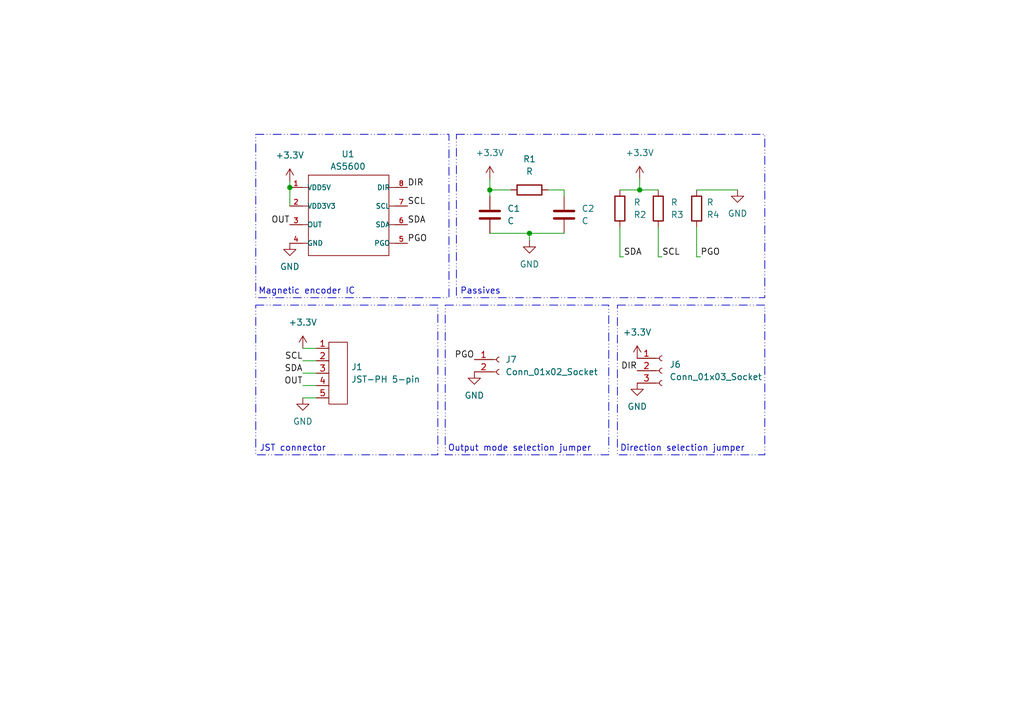
<source format=kicad_sch>
(kicad_sch (version 20231120) (generator "eeschema") (generator_version "8.0")
  (paper "A5")
  (title_block (title "AS5600 Magnetic Encoder Sensor Board") (date "2/13/2024") (rev "1") (comment 1 "Component numbers match donor board") (comment 2 "Uses a generic white AS5600 breakout board as a donor"))
  (lib_symbols
    (symbol "AS5600:AS5600" (pin_names (offset 1.016))
      (property "Reference" "U" (at -7.62 10.16 0))
      (property "Value" "AS5600" (at -7.62 8.89 0))
      (symbol "AS5600_0_0"
        (polyline (pts (xy -7.62 -7.62) (xy -7.62 -5.08)) (stroke (width 0.1524)))
        (polyline (pts (xy -7.62 -5.08) (xy -8.89 -5.08)) (stroke (width 0.1524)))
        (polyline (pts (xy -7.62 -5.08) (xy -7.62 -1.27)) (stroke (width 0.1524)))
        (polyline (pts (xy -7.62 -1.27) (xy -8.89 -1.27)) (stroke (width 0.1524)))
        (polyline (pts (xy -7.62 -1.27) (xy -7.62 2.54)) (stroke (width 0.1524)))
        (polyline (pts (xy -7.62 2.54) (xy -8.89 2.54)) (stroke (width 0.1524)))
        (polyline (pts (xy -7.62 2.54) (xy -7.62 6.35)) (stroke (width 0.1524)))
        (polyline (pts (xy -7.62 6.35) (xy -8.89 6.35)) (stroke (width 0.1524)))
        (polyline (pts (xy -7.62 6.35) (xy -7.62 8.89)) (stroke (width 0.1524)))
        (polyline (pts (xy -7.62 8.89) (xy 8.89 8.89)) (stroke (width 0.1524)))
        (polyline (pts (xy 8.89 -7.62) (xy -7.62 -7.62)) (stroke (width 0.1524)))
        (polyline (pts (xy 8.89 -5.08) (xy 8.89 -7.62)) (stroke (width 0.1524)))
        (polyline (pts (xy 8.89 -1.27) (xy 8.89 -5.08)) (stroke (width 0.1524)))
        (polyline (pts (xy 8.89 2.54) (xy 8.89 -1.27)) (stroke (width 0.1524)))
        (polyline (pts (xy 8.89 6.35) (xy 8.89 2.54)) (stroke (width 0.1524)))
        (polyline (pts (xy 8.89 8.89) (xy 8.89 6.35)) (stroke (width 0.1524)))
        (polyline (pts (xy 10.16 -5.08) (xy 8.89 -5.08)) (stroke (width 0.1524)))
        (polyline (pts (xy 10.16 -1.27) (xy 8.89 -1.27)) (stroke (width 0.1524)))
        (polyline (pts (xy 10.16 2.54) (xy 8.89 2.54)) (stroke (width 0.1524)))
        (polyline (pts (xy 10.16 6.35) (xy 8.89 6.35)) (stroke (width 0.1524)))
        (pin bidirectional line (at -11.43 6.35 0) (length 2.54) (name "VDD5V") (number "1"))
        (pin bidirectional line (at -11.43 2.54 0) (length 2.54) (name "VDD3V3") (number "2"))
        (pin bidirectional line (at -11.43 -1.27 0) (length 2.54) (name "OUT") (number "3"))
        (pin bidirectional line (at -11.43 -5.08 0) (length 2.54) (name "GND") (number "4"))
        (pin bidirectional line (at 12.7 -5.08 180) (length 2.54) (name "PGO") (number "5"))
        (pin bidirectional line (at 12.7 -1.27 180) (length 2.54) (name "SDA") (number "6"))
        (pin bidirectional line (at 12.7 2.54 180) (length 2.54) (name "SCL") (number "7"))
        (pin bidirectional line (at 12.7 6.35 180) (length 2.54) (name "DIR") (number "8"))
      )
    )
    (symbol "Connector:Conn_01x02_Socket" (pin_names (offset 1.016) hide)
      (property "Reference" "J" (at 0 2.54 0))
      (property "Value" "Conn_01x02_Socket" (at 0 -5.08 0))
      (symbol "Conn_01x02_Socket_1_1"
        (arc (start 0 -2.032) (mid -0.5058 -2.54) (end 0 -3.048) (stroke (width 0.1524)))
        (polyline (pts (xy -1.27 -2.54) (xy -0.508 -2.54)) (stroke (width 0.1524)))
        (polyline (pts (xy -1.27 0) (xy -0.508 0)) (stroke (width 0.1524)))
        (arc (start 0 0.508) (mid -0.5058 0) (end 0 -0.508) (stroke (width 0.1524)))
        (pin passive line (at -5.08 0 0) (length 3.81) (name "Pin_1") (number "1"))
        (pin passive line (at -5.08 -2.54 0) (length 3.81) (name "Pin_2") (number "2"))
      )
    )
    (symbol "Connector:Conn_01x03_Socket" (pin_names (offset 1.016) hide)
      (property "Reference" "J" (at 0 5.08 0))
      (property "Value" "Conn_01x03_Socket" (at 0 -5.08 0))
      (symbol "Conn_01x03_Socket_1_1"
        (arc (start 0 -2.032) (mid -0.5058 -2.54) (end 0 -3.048) (stroke (width 0.1524)))
        (polyline (pts (xy -1.27 -2.54) (xy -0.508 -2.54)) (stroke (width 0.1524)))
        (polyline (pts (xy -1.27 0) (xy -0.508 0)) (stroke (width 0.1524)))
        (polyline (pts (xy -1.27 2.54) (xy -0.508 2.54)) (stroke (width 0.1524)))
        (arc (start 0 0.508) (mid -0.5058 0) (end 0 -0.508) (stroke (width 0.1524)))
        (arc (start 0 3.048) (mid -0.5058 2.54) (end 0 2.032) (stroke (width 0.1524)))
        (pin passive line (at -5.08 2.54 0) (length 3.81) (name "Pin_1") (number "1"))
        (pin passive line (at -5.08 0 0) (length 3.81) (name "Pin_2") (number "2"))
        (pin passive line (at -5.08 -2.54 0) (length 3.81) (name "Pin_3") (number "3"))
      )
    )
    (symbol "Device:C" (pin_numbers hide) (pin_names (offset 0.254))
      (property "Reference" "C" (at 0.635 2.54 0))
      (property "Value" "C" (at 0.635 -2.54 0))
      (symbol "C_0_1"
        (polyline (pts (xy -2.032 -0.762) (xy 2.032 -0.762)) (stroke (width 0.508)))
        (polyline (pts (xy -2.032 0.762) (xy 2.032 0.762)) (stroke (width 0.508)))
      )
      (symbol "C_1_1"
        (pin passive line (at 0 3.81 270) (length 2.794) (name "~") (number "1"))
        (pin passive line (at 0 -3.81 90) (length 2.794) (name "~") (number "2"))
      )
    )
    (symbol "Device:R" (pin_numbers hide) (pin_names (offset 0))
      (property "Reference" "R" (at 2.032 0 90))
      (property "Value" "R" (at 0 0 90))
      (symbol "R_0_1"
        (rectangle (start -1.016 -2.54) (end 1.016 2.54) (stroke (width 0.254)))
      )
      (symbol "R_1_1"
        (pin passive line (at 0 3.81 270) (length 1.27) (name "~") (number "1"))
        (pin passive line (at 0 -3.81 90) (length 1.27) (name "~") (number "2"))
      )
    )
    (symbol "JST_5pin_1"
      (property "Reference" "J" (at 5.08 5.08 0))
      (property "Value" "JST-PH 5-pin" (at 11.43 2.54 0))
      (symbol "JST_5pin_1_0_0"
        (text "" (at -2.54 -2.54 0) (effects (font (size 1.27 1.27))))
      )
      (symbol "JST_5pin_1_0_1"
        (rectangle (start 0 6.35) (end 3.81 -6.35))
      )
      (symbol "JST_5pin_1_1_1"
        (pin input line (at -2.54 5.08 0) (length 2.54) (name "") (number "1"))
        (pin input line (at -2.54 2.54 0) (length 2.54) (name "") (number "2"))
        (pin input line (at -2.54 0 0) (length 2.54) (name "") (number "3"))
        (pin input line (at -2.54 -2.54 0) (length 2.54) (name "") (number "4"))
        (pin input line (at -2.54 -5.08 0) (length 2.54) (name "") (number "5"))
      )
    )
    (symbol "power:+3.3V" (power) (pin_names (offset 0))
      (property "Value" "+3.3V" (at 0 3.556 0))
      (symbol "+3.3V_0_1"
        (polyline (pts (xy -0.762 1.27) (xy 0 2.54)))
        (polyline (pts (xy 0 0) (xy 0 2.54)))
        (polyline (pts (xy 0 2.54) (xy 0.762 1.27)))
      )
      (symbol "+3.3V_1_1"
        (pin power_in line (at 0 0 90) (length 0) hide (name "+3.3V") (number "1"))
      )
    )
    (symbol "power:GND" (power) (pin_names (offset 0))
      (property "Value" "GND" (at 0 -3.81 0))
      (symbol "GND_0_1"
        (polyline (pts (xy 0 0) (xy 0 -1.27) (xy 1.27 -1.27) (xy 0 -2.54) (xy -1.27 -1.27) (xy 0 -1.27)))
      )
      (symbol "GND_1_1"
        (pin power_in line (at 0 0 270) (length 0) hide (name "GND") (number "1"))
      )
    )
  )
  (junction (at 100.457 38.989))
  (junction (at 131.191 38.989))
  (junction (at 59.436 38.481))
  (junction (at 108.585 47.879))
  (wire (pts (xy 62.103 76.581) (xy 64.897 76.581)))
  (wire (pts (xy 62.103 74.041) (xy 64.897 74.041)))
  (wire (pts (xy 142.875 38.989) (xy 151.257 38.989)))
  (wire (pts (xy 143.637 52.705) (xy 142.875 52.705)))
  (wire (pts (xy 142.875 52.705) (xy 142.875 46.609)))
  (wire (pts (xy 127.127 38.989) (xy 131.191 38.989)))
  (wire (pts (xy 62.103 81.661) (xy 64.897 81.661)))
  (wire (pts (xy 131.191 38.989) (xy 135.001 38.989)))
  (wire (pts (xy 135.763 52.705) (xy 135.001 52.705)))
  (wire (pts (xy 108.585 47.879) (xy 115.697 47.879)))
  (wire (pts (xy 115.697 38.989) (xy 115.697 40.259)))
  (wire (pts (xy 108.585 49.403) (xy 108.585 47.879)))
  (wire (pts (xy 100.457 38.989) (xy 104.775 38.989)))
  (wire (pts (xy 59.436 37.211) (xy 59.436 38.481)))
  (wire (pts (xy 135.001 52.705) (xy 135.001 46.609)))
  (wire (pts (xy 100.457 36.703) (xy 100.457 38.989)))
  (wire (pts (xy 127.889 52.705) (xy 127.127 52.705)))
  (wire (pts (xy 100.457 38.989) (xy 100.457 40.259)))
  (wire (pts (xy 115.697 38.989) (xy 112.395 38.989)))
  (wire (pts (xy 59.436 38.481) (xy 59.436 42.291)))
  (wire (pts (xy 127.127 52.705) (xy 127.127 46.609)))
  (wire (pts (xy 62.103 71.501) (xy 64.897 71.501)))
  (wire (pts (xy 131.191 36.703) (xy 131.191 38.989)))
  (wire (pts (xy 108.585 47.879) (xy 100.457 47.879)))
  (wire (pts (xy 62.103 79.121) (xy 64.897 79.121)))
  (rectangle (start 52.451 62.611) (end 89.789 93.345) (stroke (width 0) (type dash_dot_dot)))
  (rectangle (start 126.619 62.611) (end 156.845 93.345) (stroke (width 0) (type dash_dot_dot)))
  (rectangle (start 93.599 27.559) (end 156.845 61.087) (stroke (width 0) (type dash_dot_dot)))
  (rectangle (start 52.451 27.559) (end 92.075 61.087) (stroke (width 0) (type dash_dot_dot)))
  (rectangle (start 91.313 62.611) (end 124.841 93.345) (stroke (width 0) (type dash_dot_dot)))
  (text "Magnetic encoder IC" (at 52.959 60.579 0) (effects (font (size 1.27 1.27)) (justify left bottom)))
  (text "Direction selection jumper" (at 127.127 92.837 0) (effects (font (size 1.27 1.27)) (justify left bottom)))
  (text "JST connector" (at 53.213 92.837 0) (effects (font (size 1.27 1.27)) (justify left bottom)))
  (text "Passives" (at 94.361 60.579 0) (effects (font (size 1.27 1.27)) (justify left bottom)))
  (text "Output mode selection jumper" (at 91.821 92.837 0) (effects (font (size 1.27 1.27)) (justify left bottom)))
  (label "DIR" (at 83.566 38.481 0))
  (label "DIR" (at 130.683 76.073 180))
  (label "SCL" (at 135.763 52.705 0))
  (label "SCL" (at 83.566 42.291 0))
  (label "PGO" (at 83.566 49.911 0))
  (label "OUT" (at 62.103 79.121 180))
  (label "SDA" (at 83.566 46.101 0))
  (label "SDA" (at 62.103 76.581 180))
  (label "PGO" (at 97.282 73.787 180))
  (label "PGO" (at 143.637 52.705 0))
  (label "SCL" (at 62.103 74.041 180))
  (label "SDA" (at 127.889 52.705 0))
  (label "OUT" (at 59.436 46.101 180))
  (symbol (lib_id "power:GND") (at 130.683 78.613 0) (unit 1)
    (property "Reference" "#PWR08" (effects (hide yes)))
    (property "Value" "GND" (at 130.683 83.439 0))
  )
  (symbol (lib_id "Device:C") (at 115.697 44.069 0) (unit 1)
    (property "Reference" "C2" (at 119.253 42.799 0) (effects (justify left)))
    (property "Value" "C" (at 119.253 45.339 0) (effects (justify left)))
    (property "Footprint" "Capacitor_SMD:C_0603_1608Metric" (effects (hide yes)))
  )
  (symbol (lib_id "power:+3.3V") (at 131.191 36.703 0) (unit 1)
    (property "Reference" "#PWR03" (effects (hide yes)))
    (property "Value" "+3.3V" (at 131.191 31.369 0))
  )
  (symbol (lib_id "power:GND") (at 151.257 38.989 0) (unit 1)
    (property "Reference" "#PWR04" (effects (hide yes)))
    (property "Value" "GND" (at 151.257 43.815 0))
  )
  (symbol (lib_id "power:GND") (at 108.585 49.403 0) (unit 1)
    (property "Reference" "#PWR06" (effects (hide yes)))
    (property "Value" "GND" (at 108.585 54.229 0))
  )
  (symbol (lib_id "power:+3.3V") (at 59.436 37.211 0) (unit 1)
    (property "Reference" "#PWR02" (effects (hide yes)))
    (property "Value" "+3.3V" (at 59.436 31.877 0))
  )
  (symbol (lib_id "power:+3.3V") (at 100.457 36.703 0) (unit 1)
    (property "Reference" "#PWR05" (effects (hide yes)))
    (property "Value" "+3.3V" (at 100.457 31.369 0))
  )
  (symbol (lib_id "Device:R") (at 142.875 42.799 0) (mirror x) (unit 1)
    (property "Reference" "R4" (at 144.907 44.069 0) (effects (justify left)))
    (property "Value" "R" (at 144.907 41.529 0) (effects (justify left)))
    (property "Footprint" "Resistor_SMD:R_0603_1608Metric" (effects (hide yes)))
  )
  (symbol (lib_id "Device:R") (at 127.127 42.799 0) (mirror x) (unit 1)
    (property "Reference" "R2" (at 129.921 44.069 0) (effects (justify left)))
    (property "Value" "R" (at 129.921 41.529 0) (effects (justify left)))
    (property "Footprint" "Resistor_SMD:R_0603_1608Metric" (effects (hide yes)))
  )
  (symbol (lib_id "Device:C") (at 100.457 44.069 0) (unit 1)
    (property "Reference" "C1" (at 104.013 42.799 0) (effects (justify left)))
    (property "Value" "C" (at 104.013 45.339 0) (effects (justify left)))
    (property "Footprint" "Capacitor_SMD:C_0603_1608Metric" (effects (hide yes)))
  )
  (symbol (lib_id "power:GND") (at 59.436 49.911 0) (unit 1)
    (property "Reference" "#PWR01" (effects (hide yes)))
    (property "Value" "GND" (at 59.436 54.737 0))
  )
  (symbol (lib_id "power:+3.3V") (at 62.103 71.501 0) (unit 1)
    (property "Reference" "#PWR012" (effects (hide yes)))
    (property "Value" "+3.3V" (at 62.103 66.167 0))
  )
  (symbol (lib_id "power:+3.3V") (at 130.683 73.533 0) (unit 1)
    (property "Reference" "#PWR07" (effects (hide yes)))
    (property "Value" "+3.3V" (at 130.683 68.199 0))
  )
  (symbol (lib_id "Device:R") (at 135.001 42.799 0) (mirror x) (unit 1)
    (property "Reference" "R3" (at 137.541 44.069 0) (effects (justify left)))
    (property "Value" "R" (at 137.541 41.529 0) (effects (justify left)))
    (property "Footprint" "Resistor_SMD:R_0603_1608Metric" (effects (hide yes)))
  )
  (symbol (lib_id "power:GND") (at 62.103 81.661 0) (unit 1)
    (property "Reference" "#PWR013" (effects (hide yes)))
    (property "Value" "GND" (at 62.103 86.487 0))
  )
  (symbol (lib_id "power:GND") (at 97.282 76.327 0) (unit 1)
    (property "Reference" "#PWR09" (effects (hide yes)))
    (property "Value" "GND" (at 97.282 81.153 0))
  )
  (symbol (lib_id "AS5600:AS5600") (at 70.866 44.831 0) (unit 1)
    (property "Reference" "U1" (at 71.374 31.623 0))
    (property "Value" "AS5600" (at 71.374 34.163 0))
    (property "Footprint" "hall-effect:AS5600" (effects (hide yes)))
    (property "Description" "\nHall Effect Sensor Rotary Position External Magnet, Not Included Gull Wing\n" (effects (hide yes)))
    (property "MF" "Ams AG" (effects (hide yes)))
    (property "Package" "None" (effects (hide yes)))
    (property "Price" "None" (effects (hide yes)))
    (property "SnapEDA_Link" "https://www.snapeda.com/parts/AS5600/ams/view-part/?ref=snap" (effects (hide yes)))
    (property "MP" "AS5600" (effects (hide yes)))
    (property "Availability" "Not in stock" (effects (hide yes)))
    (property "Check_prices" "https://www.snapeda.com/parts/AS5600/ams/view-part/?ref=eda" (effects (hide yes)))
  )
  (symbol (lib_id "Connector:Conn_01x02_Socket") (at 102.362 73.787 0) (unit 1)
    (property "Reference" "J7" (at 103.632 73.787 0) (effects (justify left)))
    (property "Value" "Conn_01x02_Socket" (at 103.632 76.327 0) (effects (justify left)))
    (property "Footprint" "Connector_PinHeader_2.54mm:PinHeader_1x02_P2.54mm_Vertical" (effects (hide yes)))
  )
  (symbol (lib_name "JST_5pin_1") (lib_id "JST_5pin_SMD_vertical:JST_5pin") (at 67.437 76.581 0) (unit 1)
    (property "Reference" "J1" (at 72.009 75.311 0) (effects (justify left)))
    (property "Value" "JST-PH 5-pin" (at 72.009 77.851 0) (effects (justify left)))
    (property "Footprint" "JST_5pin_SMD_vertical:JST_5pin_SMD_vertical_foldedpins" (effects (hide yes)))
  )
  (symbol (lib_id "Device:R") (at 108.585 38.989 270) (mirror x) (unit 1)
    (property "Reference" "R1" (at 108.585 32.639 90))
    (property "Value" "R" (at 108.585 35.179 90))
    (property "Footprint" "Resistor_SMD:R_0603_1608Metric" (effects (hide yes)))
  )
  (symbol (lib_id "Connector:Conn_01x03_Socket") (at 135.763 76.073 0) (unit 1)
    (property "Reference" "J6" (at 137.287 74.803 0) (effects (justify left)))
    (property "Value" "Conn_01x03_Socket" (at 137.287 77.343 0) (effects (justify left)))
    (property "Footprint" "Connector_PinHeader_2.54mm:PinHeader_1x03_P2.54mm_Vertical" (effects (hide yes)))
  )
)
</source>
